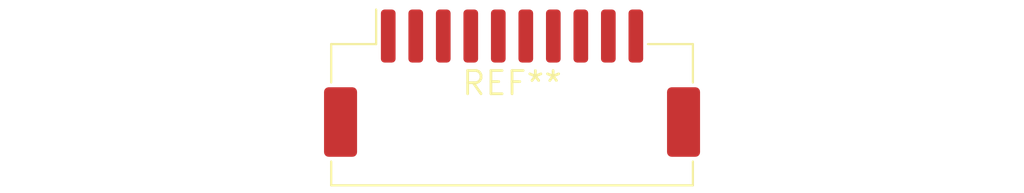
<source format=kicad_pcb>
(kicad_pcb (version 20240108) (generator pcbnew)
  (layers (0 "F.Cu" signal) (31 "B.Cu" signal) (34 "B.Paste" user) (35 "F.Paste" user) (36 "B.SilkS" user "B.Silkscreen") (37 "F.SilkS" user "F.Silkscreen") (38 "B.Mask" user) (39 "F.Mask" user) (44 "Edge.Cuts" user))
  (net 0 "")
  (footprint "JST_ZE_SM10B-ZESS-TB_1x10-1MP_P1.50mm_Horizontal" (layer "F.Cu") (at 0 0)
    (property "Reference" "REF**")
    (property "Value" "JST_ZE_SM10B-ZESS-TB_1x10-1MP_P1.50mm_Horizontal")
    (fp_line (start -9.86 -2.135) (end -7.41 -2.135) (layer "F.SilkS") (stroke (width 0.12)))
    (fp_line (start -9.86 -0.035) (end -9.86 -2.135) (layer "F.SilkS") (stroke (width 0.12)))
    (fp_line (start -9.86 4.285) (end -9.86 5.585) (layer "F.SilkS") (stroke (width 0.12)))
    (fp_line (start -9.86 5.585) (end 9.86 5.585) (layer "F.SilkS") (stroke (width 0.12)))
    (fp_line (start -7.41 -2.135) (end -7.41 -4.025) (layer "F.SilkS") (stroke (width 0.12)))
    (fp_line (start 9.86 -2.135) (end 7.41 -2.135) (layer "F.SilkS") (stroke (width 0.12)))
    (fp_line (start 9.86 -0.035) (end 9.86 -2.135) (layer "F.SilkS") (stroke (width 0.12)))
    (fp_line (start 9.86 5.585) (end 9.86 4.285) (layer "F.SilkS") (stroke (width 0.12)))
    (pad "1" smd roundrect (at -6.75 -2.575) (size 0.8 2.9) (layers "F.Cu" "F.Paste" "F.Mask"))
    (pad "2" smd roundrect (at -5.25 -2.575) (size 0.8 2.9) (layers "F.Cu" "F.Paste" "F.Mask"))
    (pad "3" smd roundrect (at -3.75 -2.575) (size 0.8 2.9) (layers "F.Cu" "F.Paste" "F.Mask"))
    (pad "4" smd roundrect (at -2.25 -2.575) (size 0.8 2.9) (layers "F.Cu" "F.Paste" "F.Mask"))
    (pad "5" smd roundrect (at -0.75 -2.575) (size 0.8 2.9) (layers "F.Cu" "F.Paste" "F.Mask"))
    (pad "6" smd roundrect (at 0.75 -2.575) (size 0.8 2.9) (layers "F.Cu" "F.Paste" "F.Mask"))
    (pad "7" smd roundrect (at 2.25 -2.575) (size 0.8 2.9) (layers "F.Cu" "F.Paste" "F.Mask"))
    (pad "8" smd roundrect (at 3.75 -2.575) (size 0.8 2.9) (layers "F.Cu" "F.Paste" "F.Mask"))
    (pad "9" smd roundrect (at 5.25 -2.575) (size 0.8 2.9) (layers "F.Cu" "F.Paste" "F.Mask"))
    (pad "10" smd roundrect (at 6.75 -2.575) (size 0.8 2.9) (layers "F.Cu" "F.Paste" "F.Mask"))
    (pad "MP" smd roundrect (at -9.35 2.125) (size 1.8 3.8) (layers "F.Cu" "F.Paste" "F.Mask") (roundrect_rratio 0.138889))
    (pad "MP" smd roundrect (at 9.35 2.125) (size 1.8 3.8) (layers "F.Cu" "F.Paste" "F.Mask") (roundrect_rratio 0.138889))
  )
)
</source>
